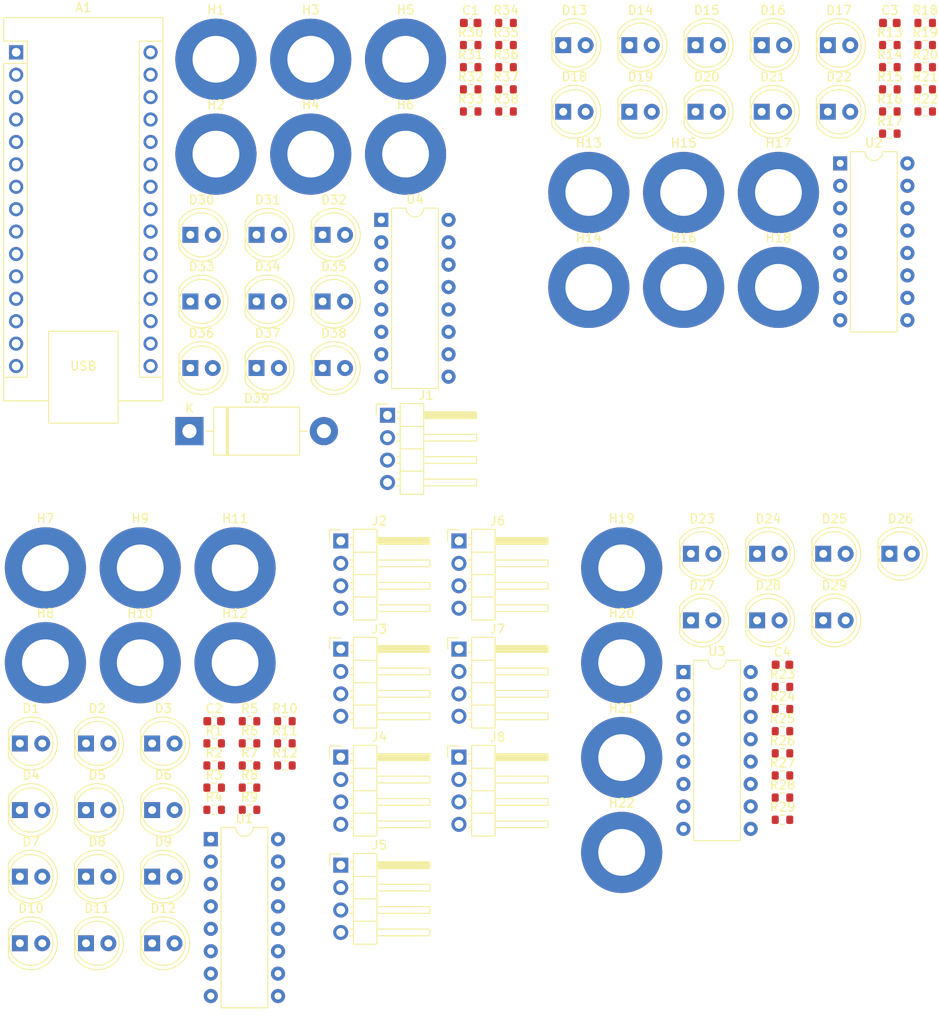
<source format=kicad_pcb>
(kicad_pcb (version 20240108) (generator "pcbnew") (generator_version "8.0")
  (layers (0 "F.Cu" signal) (31 "B.Cu" signal) (34 "B.Paste" user) (35 "F.Paste" user) (36 "B.SilkS" user "B.Silkscreen") (37 "F.SilkS" user "F.Silkscreen") (38 "B.Mask" user) (39 "F.Mask" user) (44 "Edge.Cuts" user))
  (net 0 "")
  (net 10 "/Arduino_Power_A_letter/CLK")
  (net 12 "GND")
  (net 17 "+5V")
  (net 21 "/Arduino_Power_A_letter/DATA")
  (net 30 "Net-(D1-A)")
  (net 31 "Net-(D2-A)")
  (net 32 "Net-(D3-A)")
  (net 33 "Net-(D4-A)")
  (net 34 "Net-(D5-A)")
  (net 35 "Net-(D6-A)")
  (net 36 "Net-(D7-A)")
  (net 37 "Net-(D8-A)")
  (net 38 "Net-(D9-A)")
  (net 39 "Net-(D10-A)")
  (net 40 "Net-(D11-A)")
  (net 41 "Net-(D12-A)")
  (net 42 "Net-(D13-A)")
  (net 43 "Net-(D14-A)")
  (net 44 "Net-(D15-A)")
  (net 45 "Net-(D16-A)")
  (net 46 "Net-(D17-A)")
  (net 47 "Net-(D18-A)")
  (net 48 "Net-(D19-A)")
  (net 49 "Net-(D20-A)")
  (net 50 "Net-(D21-A)")
  (net 51 "Net-(D22-A)")
  (net 52 "Net-(D23-A)")
  (net 53 "Net-(D24-A)")
  (net 54 "Net-(D25-A)")
  (net 55 "Net-(D26-A)")
  (net 56 "Net-(D27-A)")
  (net 57 "Net-(D28-A)")
  (net 58 "Net-(D29-A)")
  (net 59 "Net-(D30-A)")
  (net 60 "Net-(D31-A)")
  (net 61 "Net-(D32-A)")
  (net 62 "Net-(D33-A)")
  (net 63 "Net-(D34-A)")
  (net 64 "Net-(D35-A)")
  (net 65 "Net-(D36-A)")
  (net 66 "Net-(D37-A)")
  (net 67 "Net-(D38-A)")
  (net 68 "/Arduino_Power_A_letter/6V_in")
  (net 69 "/Arduino_Power_A_letter/LED5")
  (net 70 "/A_letter/DATA")
  (net 71 "/A_letter/CLK")
  (net 72 "/A_letter/LED5")
  (net 73 "/R_letter/CLK")
  (net 74 "/R_letter/DATA")
  (net 75 "/R_letter/LED5")
  (net 76 "/L_letter/DATA")
  (net 77 "/L_letter/CLK")
  (net 78 "/A_letter/LED1")
  (net 79 "/A_letter/LED2")
  (net 80 "/A_letter/LED3")
  (net 81 "/A_letter/LED4")
  (net 82 "/R_letter/LED1")
  (net 83 "/R_letter/LED2")
  (net 84 "/R_letter/LED3")
  (net 85 "/R_letter/LED4")
  (net 86 "/L_letter/LED1")
  (net 87 "/L_letter/LED2")
  (net 88 "/L_letter/LED3")
  (net 89 "/L_letter/LED4")
  (net 90 "/L_letter/LED5")
  (net 91 "/Arduino_Power_A_letter/LED1")
  (net 92 "/Arduino_Power_A_letter/LED2")
  (net 93 "/Arduino_Power_A_letter/LED3")
  (net 94 "/Arduino_Power_A_letter/LED4")
  (footprint "Resistor_SMD:R_0603_1608Metric" (layer "F.Cu") (at 112.27 68.18)
    (property "Reference" "R37" (at 0 -1.43 0) (layer "F.SilkS"))
    (property "Value" "150")
    (pad "1" smd roundrect (at -0.825 0) (size 0.8 0.95) (layers "F.Cu" "F.Paste" "F.Mask") (net 69 "/Arduino_Power_A_letter/LED5"))
    (pad "2" smd roundrect (at 0.825 0) (size 0.8 0.95) (layers "F.Cu" "F.Paste" "F.Mask") (net 66 "Net-(D37-A)"))
  )
  (footprint "MountingHole:MountingHole_5.3mm_M5_DIN965_Pad" (layer "F.Cu") (at 125.38 122.42)
    (property "Reference" "H19" (at 0 -5.6 0) (layer "F.SilkS"))
    (property "Value" "MountingHole")
    (pad "1" thru_hole circle (at 0 0) (size 9.2 9.2) (drill 5.3) (layers "*.Cu" "*.Mask"))
  )
  (footprint "Resistor_SMD:R_0603_1608Metric" (layer "F.Cu") (at 108.26 63.16)
    (property "Reference" "R30" (at 0 -1.43 0) (layer "F.SilkS"))
    (property "Value" "150")
    (pad "1" smd roundrect (at -0.825 0) (size 0.8 0.95) (layers "F.Cu" "F.Paste" "F.Mask") (net 91 "/Arduino_Power_A_letter/LED1"))
    (pad "2" smd roundrect (at 0.825 0) (size 0.8 0.95) (layers "F.Cu" "F.Paste" "F.Mask") (net 59 "Net-(D30-A)"))
  )
  (footprint "MountingHole:MountingHole_5.3mm_M5_DIN965_Pad" (layer "F.Cu") (at 81.55 133.17)
    (property "Reference" "H12" (at 0 -5.6 0) (layer "F.SilkS"))
    (property "Value" "MountingHole")
    (pad "1" thru_hole circle (at 0 0) (size 9.2 9.2) (drill 5.3) (layers "*.Cu" "*.Mask"))
  )
  (footprint "Connector_PinHeader_2.54mm:PinHeader_1x04_P2.54mm_Horizontal" (layer "F.Cu") (at 93.53 119.37)
    (property "Reference" "J2" (at 4.385 -2.27 0) (layer "F.SilkS"))
    (property "Value" "Conn_01x04")
    (pad "1" thru_hole rect (at 0 0) (size 1.7 1.7) (drill 1) (layers "*.Cu" "*.Mask") (net 69 "/Arduino_Power_A_letter/LED5"))
    (pad "2" thru_hole oval (at 0 2.54) (size 1.7 1.7) (drill 1) (layers "*.Cu" "*.Mask") (net 10 "/Arduino_Power_A_letter/CLK"))
    (pad "3" thru_hole oval (at 0 5.08) (size 1.7 1.7) (drill 1) (layers "*.Cu" "*.Mask") (net 17 "+5V"))
    (pad "4" thru_hole oval (at 0 7.62) (size 1.7 1.7) (drill 1) (layers "*.Cu" "*.Mask") (net 12 "GND"))
  )
  (footprint "Diode_THT:D_DO-201AD_P15.24mm_Horizontal" (layer "F.Cu") (at 76.38 106.92)
    (property "Reference" "D39" (at 7.62 -3.72 0) (layer "F.SilkS"))
    (property "Value" "D")
    (fp_text user "K" (at 0 -2.6 0) (layer "F.SilkS"))
    (pad "1" thru_hole rect (at 0 0) (size 3.2 3.2) (drill 1.6) (layers "*.Cu" "*.Mask") (net 17 "+5V"))
    (pad "2" thru_hole oval (at 15.24 0) (size 3.2 3.2) (drill 1.6) (layers "*.Cu" "*.Mask") (net 68 "/Arduino_Power_A_letter/6V_in"))
  )
  (footprint "Resistor_SMD:R_0603_1608Metric" (layer "F.Cu") (at 159.79 70.69)
    (property "Reference" "R22" (at 0 -1.43 0) (layer "F.SilkS"))
    (property "Value" "150")
    (pad "1" smd roundrect (at -0.825 0) (size 0.8 0.95) (layers "F.Cu" "F.Paste" "F.Mask") (net 75 "/R_letter/LED5"))
    (pad "2" smd roundrect (at 0.825 0) (size 0.8 0.95) (layers "F.Cu" "F.Paste" "F.Mask") (net 51 "Net-(D22-A)"))
  )
  (footprint "Resistor_SMD:R_0603_1608Metric" (layer "F.Cu") (at 159.79 68.18)
    (property "Reference" "R21" (at 0 -1.43 0) (layer "F.SilkS"))
    (property "Value" "150")
    (pad "1" smd roundrect (at -0.825 0) (size 0.8 0.95) (layers "F.Cu" "F.Paste" "F.Mask") (net 75 "/R_letter/LED5"))
    (pad "2" smd roundrect (at 0.825 0) (size 0.8 0.95) (layers "F.Cu" "F.Paste" "F.Mask") (net 50 "Net-(D21-A)"))
  )
  (footprint "Resistor_SMD:R_0603_1608Metric" (layer "F.Cu") (at 112.27 60.65)
    (property "Reference" "R34" (at 0 -1.43 0) (layer "F.SilkS"))
    (property "Value" "150")
    (pad "1" smd roundrect (at -0.825 0) (size 0.8 0.95) (layers "F.Cu" "F.Paste" "F.Mask") (net 93 "/Arduino_Power_A_letter/LED3"))
    (pad "2" smd roundrect (at 0.825 0) (size 0.8 0.95) (layers "F.Cu" "F.Paste" "F.Mask") (net 63 "Net-(D34-A)"))
  )
  (footprint "Resistor_SMD:R_0603_1608Metric" (layer "F.Cu") (at 108.26 65.67)
    (property "Reference" "R31" (at 0 -1.43 0) (layer "F.SilkS"))
    (property "Value" "150")
    (pad "1" smd roundrect (at -0.825 0) (size 0.8 0.95) (layers "F.Cu" "F.Paste" "F.Mask") (net 91 "/Arduino_Power_A_letter/LED1"))
    (pad "2" smd roundrect (at 0.825 0) (size 0.8 0.95) (layers "F.Cu" "F.Paste" "F.Mask") (net 60 "Net-(D31-A)"))
  )
  (footprint "LED_THT:LED_D5.0mm" (layer "F.Cu") (at 76.48 84.67)
    (property "Reference" "D30" (at 1.27 -3.96 0) (layer "F.SilkS"))
    (property "Value" "LED")
    (pad "1" thru_hole rect (at 0 0) (size 1.8 1.8) (drill 0.9) (layers "*.Cu" "*.Mask") (net 12 "GND"))
    (pad "2" thru_hole circle (at 2.54 0) (size 1.8 1.8) (drill 0.9) (layers "*.Cu" "*.Mask") (net 59 "Net-(D30-A)"))
  )
  (footprint "Package_DIP:DIP-16_W7.62mm" (layer "F.Cu") (at 150.15 76.57)
    (property "Reference" "U2" (at 3.81 -2.33 0) (layer "F.SilkS"))
    (property "Value" "74LS174")
    (pad "1" thru_hole rect (at 0 0) (size 1.6 1.6) (drill 0.8) (layers "*.Cu" "*.Mask") (net 17 "+5V"))
    (pad "2" thru_hole oval (at 0 2.54) (size 1.6 1.6) (drill 0.8) (layers "*.Cu" "*.Mask") (net 82 "/R_letter/LED1"))
    (pad "3" thru_hole oval (at 0 5.08) (size 1.6 1.6) (drill 0.8) (layers "*.Cu" "*.Mask") (net 74 "/R_letter/DATA"))
    (pad "4" thru_hole oval (at 0 7.62) (size 1.6 1.6) (drill 0.8) (layers "*.Cu" "*.Mask") (net 82 "/R_letter/LED1"))
    (pad "5" thru_hole oval (at 0 10.16) (size 1.6 1.6) (drill 0.8) (layers "*.Cu" "*.Mask") (net 83 "/R_letter/LED2"))
    (pad "6" thru_hole oval (at 0 12.7) (size 1.6 1.6) (drill 0.8) (layers "*.Cu" "*.Mask") (net 83 "/R_letter/LED2"))
    (pad "7" thru_hole oval (at 0 15.24) (size 1.6 1.6) (drill 0.8) (layers "*.Cu" "*.Mask") (net 84 "/R_letter/LED3"))
    (pad "8" thru_hole oval (at 0 17.78) (size 1.6 1.6) (drill 0.8) (layers "*.Cu" "*.Mask") (net 12 "GND"))
    (pad "9" thru_hole oval (at 7.62 17.78) (size 1.6 1.6) (drill 0.8) (layers "*.Cu" "*.Mask") (net 73 "/R_letter/CLK"))
    (pad "10" thru_hole oval (at 7.62 15.24) (size 1.6 1.6) (drill 0.8) (layers "*.Cu" "*.Mask") (net 85 "/R_letter/LED4"))
    (pad "11" thru_hole oval (at 7.62 12.7) (size 1.6 1.6) (drill 0.8) (layers "*.Cu" "*.Mask") (net 84 "/R_letter/LED3"))
    (pad "12" thru_hole oval (at 7.62 10.16) (size 1.6 1.6) (drill 0.8) (layers "*.Cu" "*.Mask") (net 75 "/R_letter/LED5"))
    (pad "13" thru_hole oval (at 7.62 7.62) (size 1.6 1.6) (drill 0.8) (layers "*.Cu" "*.Mask") (net 85 "/R_letter/LED4"))
    (pad "14" thru_hole oval (at 7.62 5.08) (size 1.6 1.6) (drill 0.8) (layers "*.Cu" "*.Mask"))
    (pad "15" thru_hole oval (at 7.62 2.54) (size 1.6 1.6) (drill 0.8) (layers "*.Cu" "*.Mask"))
    (pad "16" thru_hole oval (at 7.62 0) (size 1.6 1.6) (drill 0.8) (layers "*.Cu" "*.Mask") (net 17 "+5V"))
  )
  (footprint "Connector_PinHeader_2.54mm:PinHeader_1x04_P2.54mm_Horizontal" (layer "F.Cu") (at 98.83 105.12)
    (property "Reference" "J1" (at 4.385 -2.27 0) (layer "F.SilkS"))
    (property "Value" "Conn_01x04")
    (pad "1" thru_hole rect (at 0 0) (size 1.7 1.7) (drill 1) (layers "*.Cu" "*.Mask"))
    (pad "2" thru_hole oval (at 0 2.54) (size 1.7 1.7) (drill 1) (layers "*.Cu" "*.Mask"))
    (pad "3" thru_hole oval (at 0 5.08) (size 1.7 1.7) (drill 1) (layers "*.Cu" "*.Mask"))
    (pad "4" thru_hole oval (at 0 7.62) (size 1.7 1.7) (drill 1) (layers "*.Cu" "*.Mask"))
  )
  (footprint "Module:Arduino_Nano" (layer "F.Cu") (at 56.73 63.98)
    (property "Reference" "A1" (at 7.62 -5.08 0) (layer "F.SilkS"))
    (property "Value" "Arduino_Nano_v3.x")
    (fp_text user "USB" (at 7.62 35.56 0) (layer "F.SilkS"))
    (pad "1" thru_hole rect (at 0 0) (size 1.6 1.6) (drill 1) (layers "*.Cu" "*.Mask"))
    (pad "2" thru_hole oval (at 0 2.54) (size 1.6 1.6) (drill 1) (layers "*.Cu" "*.Mask"))
    (pad "3" thru_hole oval (at 0 5.08) (size 1.6 1.6) (drill 1) (layers "*.Cu" "*.Mask"))
    (pad "4" thru_hole oval (at 0 7.62) (size 1.6 1.6) (drill 1) (layers "*.Cu" "*.Mask") (net 12 "GND"))
    (pad "5" thru_hole oval (at 0 10.16) (size 1.6 1.6) (drill 1) (layers "*.Cu" "*.Mask") (net 21 "/Arduino_Power_A_letter/DATA"))
    (pad "6" thru_hole oval (at 0 12.7) (size 1.6 1.6) (drill 1) (layers "*.Cu" "*.Mask") (net 10 "/Arduino_Power_A_letter/CLK"))
    (pad "7" thru_hole oval (at 0 15.24) (size 1.6 1.6) (drill 1) (layers "*.Cu" "*.Mask"))
    (pad "8" thru_hole oval (at 0 17.78) (size 1.6 1.6) (drill 1) (layers "*.Cu" "*.Mask"))
    (pad "9" thru_hole oval (at 0 20.32) (size 1.6 1.6) (drill 1) (layers "*.Cu" "*.Mask"))
    (pad "10" thru_hole oval (at 0 22.86) (size 1.6 1.6) (drill 1) (layers "*.Cu" "*.Mask"))
    (pad "11" thru_hole oval (at 0 25.4) (size 1.6 1.6) (drill 1) (layers "*.Cu" "*.Mask"))
    (pad "12" thru_hole oval (at 0 27.94) (size 1.6 1.6) (drill 1) (layers "*.Cu" "*.Mask"))
    (pad "13" thru_hole oval (at 0 30.48) (size 1.6 1.6) (drill 1) (layers "*.Cu" "*.Mask"))
    (pad "14" thru_hole oval (at 0 33.02) (size 1.6 1.6) (drill 1) (layers "*.Cu" "*.Mask"))
    (pad "15" thru_hole oval (at 0 35.56) (size 1.6 1.6) (drill 1) (layers "*.Cu" "*.Mask"))
    (pad "16" thru_hole oval (at 15.24 35.56) (size 1.6 1.6) (drill 1) (layers "*.Cu" "*.Mask"))
    (pad "17" thru_hole oval (at 15.24 33.02) (size 1.6 1.6) (drill 1) (layers "*.Cu" "*.Mask"))
    (pad "18" thru_hole oval (at 15.24 30.48) (size 1.6 1.6) (drill 1) (layers "*.Cu" "*.Mask"))
    (pad "19" thru_hole oval (at 15.24 27.94) (size 1.6 1.6) (drill 1) (layers "*.Cu" "*.Mask"))
    (pad "20" thru_hole oval (at 15.24 25.4) (size 1.6 1.6) (drill 1) (layers "*.Cu" "*.Mask"))
    (pad "21" thru_hole oval (at 15.24 22.86) (size 1.6 1.6) (drill 1) (layers "*.Cu" "*.Mask"))
    (pad "22" thru_hole oval (at 15.24 20.32) (size 1.6 1.6) (drill 1) (layers "*.Cu" "*.Mask"))
    (pad "23" thru_hole oval (at 15.24 17.78) (size 1.6 1.6) (drill 1) (layers "*.Cu" "*.Mask"))
    (pad "24" thru_hole oval (at 15.24 15.24) (size 1.6 1.6) (drill 1) (layers "*.Cu" "*.Mask"))
    (pad "25" thru_hole oval (at 15.24 12.7) (size 1.6 1.6) (drill 1) (layers "*.Cu" "*.Mask"))
    (pad "26" thru_hole oval (at 15.24 10.16) (size 1.6 1.6) (drill 1) (layers "*.Cu" "*.Mask"))
    (pad "27" thru_hole oval (at 15.24 7.62) (size 1.6 1.6) (drill 1) (layers "*.Cu" "*.Mask") (net 17 "+5V"))
    (pad "28" thru_hole oval (at 15.24 5.08) (size 1.6 1.6) (drill 1) (layers "*.Cu" "*.Mask"))
    (pad "29" thru_hole oval (at 15.24 2.54) (size 1.6 1.6) (drill 1) (layers "*.Cu" "*.Mask") (net 12 "GND"))
    (pad "30" thru_hole oval (at 15.24 0) (size 1.6 1.6) (drill 1) (layers "*.Cu" "*.Mask"))
  )
  (footprint "Resistor_SMD:R_0603_1608Metric" (layer "F.Cu") (at 155.78 68.18)
    (property "Reference" "R15" (at 0 -1.43 0) (layer "F.SilkS"))
    (property "Value" "150")
    (pad "1" smd roundrect (at -0.825 0) (size 0.8 0.95) (layers "F.Cu" "F.Paste" "F.Mask") (net 83 "/R_letter/LED2"))
    (pad "2" smd roundrect (at 0.825 0) (size 0.8 0.95) (layers "F.Cu" "F.Paste" "F.Mask") (net 44 "Net-(D15-A)"))
  )
  (footprint "Resistor_SMD:R_0603_1608Metric" (layer "F.Cu") (at 83.19 139.8)
    (property "Reference" "R5" (at 0 -1.43 0) (layer "F.SilkS"))
    (property "Value" "150")
    (pad "1" smd roundrect (at -0.825 0) (size 0.8 0.95) (layers "F.Cu" "F.Paste" "F.Mask") (net 79 "/A_letter/LED2"))
    (pad "2" smd roundrect (at 0.825 0) (size 0.8 0.95) (layers "F.Cu" "F.Paste" "F.Mask") (net 34 "Net-(D5-A)"))
  )
  (footprint "LED_THT:LED_D5.0mm" (layer "F.Cu") (at 76.48 99.77)
    (property "Reference" "D36" (at 1.27 -3.96 0) (layer "F.SilkS"))
    (property "Value" "LED")
    (pad "1" thru_hole rect (at 0 0) (size 1.8 1.8) (drill 0.9) (layers "*.Cu" "*.Mask") (net 12 "GND"))
    (pad "2" thru_hole circle (at 2.54 0) (size 1.8 1.8) (drill 0.9) (layers "*.Cu" "*.Mask") (net 65 "Net-(D36-A)"))
  )
  (footprint "LED_THT:LED_D5.0mm" (layer "F.Cu") (at 57.15 164.97)
    (property "Reference" "D10" (at 1.27 -3.96 0) (layer "F.SilkS"))
    (property "Value" "LED")
    (pad "1" thru_hole rect (at 0 0) (size 1.8 1.8) (drill 0.9) (layers "*.Cu" "*.Mask") (net 12 "GND"))
    (pad "2" thru_hole circle (at 2.54 0) (size 1.8 1.8) (drill 0.9) (layers "*.Cu" "*.Mask") (net 39 "Net-(D10-A)"))
  )
  (footprint "Resistor_SMD:R_0603_1608Metric" (layer "F.Cu") (at 155.78 65.67)
    (property "Reference" "R14" (at 0 -1.43 0) (layer "F.SilkS"))
    (property "Value" "150")
    (pad "1" smd roundrect (at -0.825 0) (size 0.8 0.95) (layers "F.Cu" "F.Paste" "F.Mask") (net 82 "/R_letter/LED1"))
    (pad "2" smd roundrect (at 0.825 0) (size 0.8 0.95) (layers "F.Cu" "F.Paste" "F.Mask") (net 43 "Net-(D14-A)"))
  )
  (footprint "LED_THT:LED_D5.0mm" (layer "F.Cu") (at 148.75 63.17)
    (property "Reference" "D17" (at 1.27 -3.96 0) (layer "F.SilkS"))
    (property "Value" "LED")
    (pad "1" thru_hole rect (at 0 0) (size 1.8 1.8) (drill 0.9) (layers "*.Cu" "*.Mask") (net 12 "GND"))
    (pad "2" thru_hole circle (at 2.54 0) (size 1.8 1.8) (drill 0.9) (layers "*.Cu" "*.Mask") (net 46 "Net-(D17-A)"))
  )
  (footprint "LED_THT:LED_D5.0mm" (layer "F.Cu") (at 83.98 99.77)
    (property "Reference" "D37" (at 1.27 -3.96 0) (layer "F.SilkS"))
    (property "Value" "LED")
    (pad "1" thru_hole rect (at 0 0) (size 1.8 1.8) (drill 0.9) (layers "*.Cu" "*.Mask") (net 12 "GND"))
    (pad "2" thru_hole circle (at 2.54 0) (size 1.8 1.8) (drill 0.9) (layers "*.Cu" "*.Mask") (net 66 "Net-(D37-A)"))
  )
  (footprint "Capacitor_SMD:C_0603_1608Metric" (layer "F.Cu") (at 143.61 133.4)
    (property "Reference" "C4" (at 0 -1.43 0) (layer "F.SilkS"))
    (property "Value" "0.1u")
    (pad "1" smd roundrect (at -0.775 0) (size 0.9 0.95) (layers "F.Cu" "F.Paste" "F.Mask") (net 17 "+5V"))
    (pad "2" smd roundrect (at 0.775 0) (size 0.9 0.95) (layers "F.Cu" "F.Paste" "F.Mask") (net 12 "GND"))
  )
  (footprint "MountingHole:MountingHole_5.3mm_M5_DIN965_Pad" (layer "F.Cu") (at 81.55 122.42)
    (property "Reference" "H11" (at 0 -5.6 0) (layer "F.SilkS"))
    (property "Value" "MountingHole")
    (pad "1" thru_hole circle (at 0 0) (size 9.2 9.2) (drill 5.3) (layers "*.Cu" "*.Mask"))
  )
  (footprint "MountingHole:MountingHole_5.3mm_M5_DIN965_Pad" (layer "F.Cu") (at 70.8 122.42)
    (property "Reference" "H9" (at 0 -5.6 0) (layer "F.SilkS"))
    (property "Value" "MountingHole")
    (pad "1" thru_hole circle (at 0 0) (size 9.2 9.2) (drill 5.3) (layers "*.Cu" "*.Mask"))
  )
  (footprint "Resistor_SMD:R_0603_1608Metric" (layer "F.Cu") (at 108.26 68.18)
    (property "Reference" "R32" (at 0 -1.43 0) (layer "F.SilkS"))
    (property "Value" "150")
    (pad "1" smd roundrect (at -0.825 0) (size 0.8 0.95) (layers "F.Cu" "F.Paste" "F.Mask") (net 92 "/Arduino_Power_A_letter/LED2"))
    (pad "2" smd roundrect (at 0.825 0) (size 0.8 0.95) (layers "F.Cu" "F.Paste" "F.Mask") (net 61 "Net-(D32-A)"))
  )
  (footprint "LED_THT:LED_D5.0mm" (layer "F.Cu") (at 83.98 92.22)
    (property "Reference" "D34" (at 1.27 -3.96 0) (layer "F.SilkS"))
    (property "Value" "LED")
    (pad "1" thru_hole rect (at 0 0) (size 1.8 1.8) (drill 0.9) (layers "*.Cu" "*.Mask") (net 12 "GND"))
    (pad "2" thru_hole circle (at 2.54 0) (size 1.8 1.8) (drill 0.9) (layers "*.Cu" "*.Mask") (net 63 "Net-(D34-A)"))
  )
  (footprint "Resistor_SMD:R_0603_1608Metric" (layer "F.Cu") (at 143.61 145.95)
    (property "Reference" "R27" (at 0 -1.43 0) (layer "F.SilkS"))
    (property "Value" "150")
    (pad "1" smd roundrect (at -0.825 0) (size 0.8 0.95) (layers "F.Cu" "F.Paste" "F.Mask") (net 90 "/L_letter/LED5"))
    (pad "2" smd roundrect (at 0.825 0) (size 0.8 0.95) (layers "F.Cu" "F.Paste" "F.Mask") (net 56 "Net-(D27-A)"))
  )
  (footprint "MountingHole:MountingHole_5.3mm_M5_DIN965_Pad" (layer "F.Cu") (at 125.38 133.17)
    (property "Reference" "H20" (at 0 -5.6 0) (layer "F.SilkS"))
    (property "Value" "MountingHole")
    (pad "1" thru_hole circle (at 0 0) (size 9.2 9.2) (drill 5.3) (layers "*.Cu" "*.Mask"))
  )
  (footprint "Resistor_SMD:R_0603_1608Metric" (layer "F.Cu") (at 83.19 142.31)
    (property "Reference" "R6" (at 0 -1.43 0) (layer "F.SilkS"))
    (property "Value" "150")
    (pad "1" smd roundrect (at -0.825 0) (size 0.8 0.95) (layers "F.Cu" "F.Paste" "F.Mask") (net 80 "/A_letter/LED3"))
    (pad "2" smd roundrect (at 0.825 0) (size 0.8 0.95) (layers "F.Cu" "F.Paste" "F.Mask") (net 35 "Net-(D6-A)"))
  )
  (footprint "Resistor_SMD:R_0603_1608Metric" (layer "F.Cu") (at 155.78 73.2)
    (property "Reference" "R17" (at 0 -1.43 0) (layer "F.SilkS"))
    (property "Value" "150")
    (pad "1" smd roundrect (at -0.825 0) (size 0.8 0.95) (layers "F.Cu" "F.Paste" "F.Mask") (net 84 "/R_letter/LED3"))
    (pad "2" smd roundrect (at 0.825 0) (size 0.8 0.95) (layers "F.Cu" "F.Paste" "F.Mask") (net 46 "Net-(D17-A)"))
  )
  (footprint "Resistor_SMD:R_0603_1608Metric" (layer "F.Cu") (at 159.79 63.16)
    (property "Reference" "R19" (at 0 -1.43 0) (layer "F.SilkS"))
    (property "Value" "150")
    (pad "1" smd roundrect (at -0.825 0) (size 0.8 0.95) (layers "F.Cu" "F.Paste" "F.Mask") (net 85 "/R_letter/LED4"))
    (pad "2" smd roundrect (at 0.825 0) (size 0.8 0.95) (layers "F.Cu" "F.Paste" "F.Mask") (net 48 "Net-(D19-A)"))
  )
  (footprint "Resistor_SMD:R_0603_1608Metric" (layer "F.Cu") (at 83.19 149.84)
    (property "Reference" "R9" (at 0 -1.43 0) (layer "F.SilkS"))
    (property "Value" "150")
    (pad "1" smd roundrect (at -0.825 0) (size 0.8 0.95) (layers "F.Cu" "F.Paste" "F.Mask") (net 81 "/A_letter/LED4"))
    (pad "2" smd roundrect (at 0.825 0) (size 0.8 0.95) (layers "F.Cu" "F.Paste" "F.Mask") (net 38 "Net-(D9-A)"))
  )
  (footprint "LED_THT:LED_D5.0mm" (layer "F.Cu") (at 148.23 120.82)
    (property "Reference" "D25" (at 1.27 -3.96 0) (layer "F.SilkS"))
    (property "Value" "LED")
    (pad "1" thru_hole rect (at 0 0) (size 1.8 1.8) (drill 0.9) (layers "*.Cu" "*.Mask") (net 12 "GND"))
    (pad "2" thru_hole circle (at 2.54 0) (size 1.8 1.8) (drill 0.9) (layers "*.Cu" "*.Mask") (net 54 "Net-(D25-A)"))
  )
  (footprint "LED_THT:LED_D5.0mm" (layer "F.Cu") (at 57.15 149.87)
    (property "Reference" "D4" (at 1.27 -3.96 0) (layer "F.SilkS"))
    (property "Value" "LED")
    (pad "1" thru_hole rect (at 0 0) (size 1.8 1.8) (drill 0.9) (layers "*.Cu" "*.Mask") (net 12 "GND"))
    (pad "2" thru_hole circle (at 2.54 0) (size 1.8 1.8) (drill 0.9) (layers "*.Cu" "*.Mask") (net 33 "Net-(D4-A)"))
  )
  (footprint "Resistor_SMD:R_0603_1608Metric" (layer "F.Cu") (at 108.26 70.69)
    (property "Reference" "R33" (at 0 -1.43 0) (layer "F.SilkS"))
    (property "Value" "150")
    (pad "1" smd roundrect (at -0.825 0) (size 0.8 0.95) (layers "F.Cu" "F.Paste" "F.Mask") (net 92 "/Arduino_Power_A_letter/LED2"))
    (pad "2" smd roundrect (at 0.825 0) (size 0.8 0.95) (layers "F.Cu" "F.Paste" "F.Mask") (net 62 "Net-(D33-A)"))
  )
  (footprint "Resistor_SMD:R_0603_1608Metric" (layer "F.Cu") (at 143.61 140.93)
    (property "Reference" "R25" (at 0 -1.43 0) (layer "F.SilkS"))
    (property "Value" "150")
    (pad "1" smd roundrect (at -0.825 0) (size 0.8 0.95) (layers "F.Cu" "F.Paste" "F.Mask") (net 88 "/L_letter/LED3"))
    (pad "2" smd roundrect (at 0.825 0) (size 0.8 0.95) (layers "F.Cu" "F.Paste" "F.Mask") (net 54 "Net-(D25-A)"))
  )
  (footprint "LED_THT:LED_D5.0mm" (layer "F.Cu") (at 76.48 92.22)
    (property "Reference" "D33" (at 1.27 -3.96 0) (layer "F.SilkS"))
    (property "Value" "LED")
    (pad "1" thru_hole rect (at 0 0) (size 1.8 1.8) (drill 0.9) (layers "*.Cu" "*.Mask") (net 12 "GND"))
    (pad "2" thru_hole circle (at 2.54 0) (size 1.8 1.8) (drill 0.9) (layers "*.Cu" "*.Mask") (net 62 "Net-(D33-A)"))
  )
  (footprint "MountingHole:MountingHole_5.3mm_M5_DIN965_Pad" (layer "F.Cu") (at 132.4 79.87)
    (property "Reference" "H15" (at 0 -5.6 0) (layer "F.SilkS"))
    (property "Value" "MountingHole")
    (pad "1" thru_hole circle (at 0 0) (size 9.2 9.2) (drill 5.3) (layers "*.Cu" "*.Mask"))
  )
  (footprint "MountingHole:MountingHole_5.3mm_M5_DIN965_Pad" (layer "F.Cu") (at 60.05 122.42)
    (property "Reference" "H7" (at 0 -5.6 0) (layer "F.SilkS"))
    (property "Value" "MountingHole")
    (pad "1" thru_hole circle (at 0 0) (size 9.2 9.2) (drill 5.3) (layers "*.Cu" "*.Mask"))
  )
  (footprint "LED_THT:LED_D5.0mm" (layer "F.Cu") (at 72.15 164.97)
    (property "Reference" "D12" (at 1.27 -3.96 0) (layer "F.SilkS"))
    (property "Value" "LED")
    (pad "1" thru_hole rect (at 0 0) (size 1.8 1.8) (drill 0.9) (layers "*.Cu" "*.Mask") (net 12 "GND"))
    (pad "2" thru_hole circle (at 2.54 0) (size 1.8 1.8) (drill 0.9) (layers "*.Cu" "*.Mask") (net 41 "Net-(D12-A)"))
  )
  (footprint "LED_THT:LED_D5.0mm" (layer "F.Cu") (at 133.75 70.72)
    (property "Reference" "D20" (at 1.27 -3.96 0) (layer "F.SilkS"))
    (property "Value" "LED")
    (pad "1" thru_hole rect (at 0 0) (size 1.8 1.8) (drill 0.9) (layers "*.Cu" "*.Mask") (net 12 "GND"))
    (pad "2" thru_hole circle (at 2.54 0) (size 1.8 1.8) (drill 0.9) (layers "*.Cu" "*.Mask") (net 49 "Net-(D20-A)"))
  )
  (footprint "MountingHole:MountingHole_5.3mm_M5_DIN965_Pad" (layer "F.Cu") (at 90.13 64.77)
    (property "Reference" "H3" (at 0 -5.6 0) (layer "F.SilkS"))
    (property "Value" "MountingHole")
    (pad "1" thru_hole circle (at 0 0) (size 9.2 9.2) (drill 5.3) (layers "*.Cu" "*.Mask"))
  )
  (footprint "MountingHole:MountingHole_5.3mm_M5_DIN965_Pad" (layer "F.Cu") (at 125.38 143.92)
    (property "Reference" "H21" (at 0 -5.6 0) (layer "F.SilkS"))
    (property "Value" "MountingHole")
    (pad "1" thru_hole circle (at 0 0) (size 9.2 9.2) (drill 5.3) (layers "*.Cu" "*.Mask"))
  )
  (footprint "MountingHole:MountingHole_5.3mm_M5_DIN965_Pad" (layer "F.Cu") (at 100.88 75.52)
    (property "Reference" "H6" (at 0 -5.6 0) (layer "F.SilkS"))
    (property "Value" "MountingHole")
    (pad "1" thru_hole circle (at 0 0) (size 9.2 9.2) (drill 5.3) (layers "*.Cu" "*.Mask"))
  )
  (footprint "LED_THT:LED_D5.0mm" (layer "F.Cu") (at 91.48 92.22)
    (property "Reference" "D35" (at 1.27 -3.96 0) (layer "F.SilkS"))
    (property "Value" "LED")
    (pad "1" thru_hole rect (at 0 0) (size 1.8 1.8) (drill 0.9) (layers "*.Cu" "*.Mask") (net 12 "GND"))
    (pad "2" thru_hole circle (at 2.54 0) (size 1.8 1.8) (drill 0.9) (layers "*.Cu" "*.Mask") (net 64 "Net-(D35-A)"))
  )
  (footprint "MountingHole:MountingHole_5.3mm_M5_DIN965_Pad" (layer "F.Cu") (at 132.4 90.62)
    (property "Reference" "H16" (at 0 -5.6 0) (layer "F.SilkS"))
    (property "Value" "MountingHole")
    (pad "1" thru_hole circle (at 0 0) (size 9.2 9.2) (drill 5.3) (layers "*.Cu" "*.Mask"))
  )
  (footprint "LED_THT:LED_D5.0mm" (layer "F.Cu") (at 141.25 70.72)
    (property "Reference" "D21" (at 1.27 -3.96 0) (layer "F.SilkS"))
    (property "Value" "LED")
    (pad "1" thru_hole rect (at 0 0) (size 1.8 1.8) (drill 0.9) (layers "*.Cu" "*.Mask") (net 12 "GND"))
    (pad "2" thru_hole circle (at 2.54 0) (size 1.8 1.8) (drill 0.9) (layers "*.Cu" "*.Mask") (net 50 "Net-(D21-A)"))
  )
  (footprint "Resistor_SMD:R_0603_1608Metric" (layer "F.Cu") (at 143.61 143.44)
    (property "Reference" "R26" (at 0 -1.43 0) (layer "F.SilkS"))
    (property "Value" "150")
    (pad "1" smd roundrect (at -0.825 0) (size 0.8 0.95) (layers "F.Cu" "F.Paste" "F.Mask") (net 89 "/L_letter/LED4"))
    (pad "2" smd roundrect (at 0.825 0) (size 0.8 0.95) (layers "F.Cu" "F.Paste" "F.Mask") (net 55 "Net-(D26-A)"))
  )
  (footprint "MountingHole:MountingHole_5.3mm_M5_DIN965_Pad" (layer "F.Cu") (at 121.65 90.62)
    (property "Reference" "H14" (at 0 -5.6 0) (layer "F.SilkS"))
    (property "Value" "MountingHole")
    (pad "1" thru_hole circle (at 0 0) (size 9.2 9.2) (drill 5.3) (layers "*.Cu" "*.Mask"))
  )
  (footprint "LED_THT:LED_D5.0mm" (layer "F.Cu") (at 133.75 63.17)
    (property "Reference" "D15" (at 1.27 -3.96 0) (layer "F.SilkS"))
    (property "Value" "LED")
    (pad "1" thru_hole rect (at 0 0) (size 1.8 1.8) (drill 0.9) (layers "*.Cu" "*.Mask") (net 12 "GND"))
    (pad "2" thru_hole circle (at 2.54 0) (size 1.8 1.8) (drill 0.9) (layers "*.Cu" "*.Mask") (net 44 "Net-(D15-A)"))
  )
  (footprint "LED_THT:LED_D5.0mm" (layer "F.Cu") (at 133.23 120.82)
    (property "Reference" "D23" (at 1.27 -3.96 0) (layer "F.SilkS"))
    (property "Value" "LED")
    (pad "1" thru_hole rect (at 0 0) (size 1.8 1.8) (drill 0.9) (layers "*.Cu" "*.Mask") (net 12 "GND"))
    (pad "2" thru_hole circle (at 2.54 0) (size 1.8 1.8) (drill 0.9) (layers "*.Cu" "*.Mask") (net 52 "Net-(D23-A)"))
  )
  (footprint "LED_THT:LED_D5.0mm" (layer "F.Cu") (at 64.65 149.87)
    (property "Reference" "D5" (at 1.27 -3.96 0) (layer "F.SilkS"))
    (property "Value" "LED")
    (pad "1" thru_hole rect (at 0 0) (size 1.8 1.8) (drill 0.9) (layers "*.Cu" "*.Mask") (net 12 "GND"))
    (pad "2" thru_hole circle (at 2.54 0) (size 1.8 1.8) (drill 0.9) (layers "*.Cu" "*.Mask") (net 34 "Net-(D5-A)"))
  )
  (footprint "LED_THT:LED_D5.0mm" (layer "F.Cu") (at 57.15 157.42)
    (property "Reference" "D7" (at 1.27 -3.96 0) (layer "F.SilkS"))
    (property "Value" "LED")
    (pad "1" thru_hole rect (at 0 0) (size 1.8 1.8) (drill 0.9) (layers "*.Cu" "*.Mask") (net 12 "GND"))
    (pad "2" thru_hole circle (at 2.54 0) (size 1.8 1.8) (drill 0.9) (layers "*.Cu" "*.Mask") (net 36 "Net-(D7-A)"))
  )
  (footprint "MountingHole:MountingHole_5.3mm_M5_DIN965_Pad" (layer "F.Cu") (at 79.38 64.77)
    (property "Reference" "H1" (at 0 -5.6 0) (layer "F.SilkS"))
    (property "Value" "MountingHole")
    (pad "1" thru_hole circle (at 0 0) (size 9.2 9.2) (drill 5.3) (layers "*.Cu" "*.Mask"))
  )
  (footprint "Package_DIP:DIP-16_W7.62mm" (layer "F.Cu") (at 132.38 134.22)
    (property "Reference" "U3" (at 3.81 -2.33 0) (layer "F.SilkS"))
    (property "Value" "74LS174")
    (pad "1" thru_hole rect (at 0 0) (size 1.6 1.6) (drill 0.8) (layers "*.Cu" "*.Mask") (net 17 "+5V"))
    (pad "2" thru_hole oval (at 0 2.54) (size 1.6 1.6) (drill 0.8) (layers "*.Cu" "*.Mask") (net 86 "/L_letter/LED1"))
    (pad "3" thru_hole oval (at 0 5.08) (size 1.6 1.6) (drill 0.8) (layers "*.Cu" "*.Mask") (net 76 "/L_letter/DATA"))
    (pad "4" thru_hole oval (at 0 7.62) (size 1.6 1.6) (drill 0.8) (layers "*.Cu" "*.Mask") (net 86 "/L_letter/LED1"))
    (pad "5" thru_hole oval (at 0 10.16) (size 1.6 1.6) (drill 0.8) (layers "*.Cu" "*.Mask") (net 87 "/L_letter/LED2"))
    (pad "6" thru_hole oval (at 0 12.7) (size 1.6 1.6) (drill 0.8) (layers "*.Cu" "*.Mask") (net 87 "/L_letter/LED2"))
    (pad "7" thru_hole oval (at 0 15.24) (size 1.6 1.6) (drill 0.8) (layers "*.Cu" "*.Mask") (net 88 "/L_letter/LED3"))
    (pad "8" thru_hole oval (at 0 17.78) (size 1.6 1.6) (drill 0.8) (layers "*.Cu" "*.Mask") (net 12 "GND"))
    (pad "9" thru_hole oval (at 7.62 17.78) (size 1.6 1.6) (drill 0.8) (layers "*.Cu" "*.Mask") (net 77 "/L_letter/CLK"))
    (pad "10" thru_hole oval (at 7.62 15.24) (size 1.6 1.6) (drill 0.8) (layers "*.Cu" "*.Mask") (net 89 "/L_letter/LED4"))
    (pad "11" thru_hole oval (at 7.62 12.7) (size 1.6 1.6) (drill 0.8) (layers "*.Cu" "*.Mask") (net 88 "/L_letter/LED3"))
    (pad "12" thru_hole oval (at 7.62 10.16) (size 1.6 1.6) (drill 0.8) (layers "*.Cu" "*.Mask") (net 90 "/L_letter/LED5"))
    (pad "13" thru_hole oval (at 7.62 7.62) (size 1.6 1.6) (drill 0.8) (layers "*.Cu" "*.Mask") (net 89 "/L_letter/LED4"))
    (pad "14" thru_hole oval (at 7.62 5.08) (size 1.6 1.6) (drill 0.8) (layers "*.Cu" "*.Mask"))
    (pad "15" thru_hole oval (at 7.62 2.54) (size 1.6 1.6) (drill 0.8) (layers "*.Cu" "*.Mask"))
    (pad "16" thru_hole oval (at 7.62 0) (size 1.6 1.6) (drill 0.8) (layers "*.Cu" "*.Mask") (net 17 "+5V"))
  )
  (footprint "MountingHole:MountingHole_5.3mm_M5_DIN965_Pad" (layer "F.Cu") (at 125.38 154.67)
    (property "Reference" "H22" (at 0 -5.6 0) (layer "F.SilkS"))
    (property "Value" "MountingHole")
    (pad "1" thru_hole circle (at 0 0) (size 9.2 9.2) (drill 5.3) (layers "*.Cu" "*.Mask"))
  )
  (footprint "Resistor_SMD:R_0603_1608Metric" (layer "F.Cu") (at 87.2 142.31)
    (property "Reference" "R11" (at 0 -1.43 0) (layer "F.SilkS"))
    (property "Value" "150")
    (pad "1" smd roundrect (at -0.825 0) (size 0.8 0.95) (layers "F.Cu" "F.Paste" "F.Mask") (net 72 "/A_letter/LED5"))
    (pad "2" smd roundrect (at 0.825 0) (size 0.8 0.95) (layers "F.Cu" "F.Paste" "F.Mask") (net 40 "Net-(D11-A)"))
  )
  (footprint "Resistor_SMD:R_0603_1608Metric" (layer "F.Cu") (at 79.18 142.31)
    (property "Reference" "R1" (at 0 -1.43 0) (layer "F.SilkS"))
    (property "Value" "150")
    (pad "1" smd roundrect (at -0.825 0) (size 0.8 0.95) (layers "F.Cu" "F.Paste" "F.Mask") (net 78 "/A_letter/LED1"))
    (pad "2" smd roundrect (at 0.825 0) (size 0.8 0.95) (layers "F.Cu" "F.Paste" "F.Mask") (net 30 "Net-(D1-A)"))
  )
  (footprint "MountingHole:MountingHole_5.3mm_M5_DIN965_Pad" (layer "F.Cu") (at 100.88 64.77)
    (property "Reference" "H5" (at 0 -5.6 0) (layer "F.SilkS"))
    (property "Value" "MountingHole")
    (pad "1" thru_hole circle (at 0 0) (size 9.2 9.2) (drill 5.3) (layers "*.Cu" "*.Mask"))
  )
  (footprint "LED_THT:LED_D5.0mm" (layer "F.Cu") (at 57.15 142.32)
    (property "Reference" "D1" (at 1.27 -3.96 0) (layer "F.SilkS"))
    (property "Value" "LED")
    (pad "1" thru_hole rect (at 0 0) (size 1.8 1.8) (drill 0.9) (layers "*.Cu" "*.Mask") (net 12 "GND"))
    (pad "2" thru_hole circle (at 2.54 0) (size 1.8 1.8) (drill 0.9) (layers "*.Cu" "*.Mask") (net 30 "Net-(D1-A)"))
  )
  (footprint "MountingHole:MountingHole_5.3mm_M5_DIN965_Pad" (layer "F.Cu") (at 70.8 133.17)
    (property "Reference" "H10" (at 0 -5.6 0) (layer "F.SilkS"))
    (property "Value" "MountingHole")
    (pad "1" thru_hole circle (at 0 0) (size 9.2 9.2) (drill 5.3) (layers "*.Cu" "*.Mask"))
  )
  (footprint "Package_DIP:DIP-16_W7.62mm" (layer "F.Cu") (at 78.8 153.17)
    (property "Reference" "U1" (at 3.81 -2.33 0) (layer "F.SilkS"))
    (property "Value" "74LS174")
    (pad "1" thru_hole rect (at 0 0) (size 1.6 1.6) (drill 0.8) (layers "*.Cu" "*.Mask") (net 17 "+5V"))
    (pad "2" thru_hole oval (at 0 2.54) (size 1.6 1.6) (drill 0.8) (layers "*.Cu" "*.Mask") (net 78 "/A_letter/LED1"))
    (pad "3" thru_hole oval (at 0 5.08) (size 1.6 1.6) (drill 0.8) (layers "*.Cu" "*.Mask") (net 70 "/A_letter/DATA"))
    (pad "4" thru_hole oval (at 0 7.62) (size 1.6 1.6) (drill 0.8) (layers "*.Cu" "*.Mask") (net 78 "/A_letter/LED1"))
    (pad "5" thru_hole oval (at 0 10.16) (size 1.6 1.6) (drill 0.8) (layers "*.Cu" "*.Mask") (net 79 "/A_letter/LED2"))
    (pad "6" thru_hole oval (at 0 12.7) (size 1.6 1.6) (drill 0.8) (layers "*.Cu" "*.Mask") (net 79 "/A_letter/LED2"))
    (pad "7" thru_hole oval (at 0 15.24) (size 1.6 1.6) (drill 0.8) (layers "*.Cu" "*.Mask") (net 80 "/A_letter/LED3"))
    (pad "8" thru_hole oval (at 0 17.78) (size 1.6 1.6) (drill 0.8) (layers "*.Cu" "*.Mask") (net 12 "GND"))
    (pad "9" thru_hole oval (at 7.62 17.78) (size 1.6 1.6) (drill 0.8) (layers "*.Cu" "*.Mask") (net 71 "/A_letter/CLK"))
    (pad "10" thru_hole oval (at 7.62 15.24) (size 1.6 1.6) (drill 0.8) (layers "*.Cu" "*.Mask") (net 81 "/A_letter/LED4"))
    (pad "11" thru_hole oval (at 7.62 12.7) (size 1.6 1.6) (drill 0.8) (layers "*.Cu" "*.Mask") (net 80 "/A_letter/LED3"))
    (pad "12" thru_hole oval (at 7.62 10.16) (size 1.6 1.6) (drill 0.8) (layers "*.Cu" "*.Mask") (net 72 "/A_letter/LED5"))
    (pad "13" thru_hole oval (at 7.62 7.62) (size 1.6 1.6) (drill 0.8) (layers "*.Cu" "*.Mask") (net 81 "/A_letter/LED4"))
    (pad "14" thru_hole oval (at 7.62 5.08) (size 1.6 1.6) (drill 0.8) (layers "*.Cu" "*.Mask"))
    (pad "15" thru_hole oval (at 7.62 2.54) (size 1.6 1.6) (drill 0.8) (layers "*.Cu" "*.Mask"))
    (pad "16" thru_hole oval (at 7.62 0) (size 1.6 1.6) (drill 0.8) (layers "*.Cu" "*.Mask") (net 17 "+5V"))
  )
  (footprint "LED_THT:LED_D5.0mm" (layer "F.Cu") (at 64.65 164.97)
    (property "Reference" "D11" (at 1.27 -3.96 0) (layer "F.SilkS"))
    (property "Value" "LED")
    (pad "1" thru_hole rect (at 0 0) (size 1.8 1.8) (drill 0.9) (layers "*.Cu" "*.Mask") (net 12 "GND"))
    (pad "2" thru_hole circle (at 2.54 0) (size 1.8 1.8) (drill 0.9) (layers "*.Cu" "*.Mask") (net 40 "Net-(D11-A)"))
  )
  (footprint "Resistor_SMD:R_0603_1608Metric" (layer "F.Cu") (at 79.18 144.82)
    (property "Reference" "R2" (at 0 -1.43 0) (layer "F.SilkS"))
    (property "Value" "150")
    (pad "1" smd roundrect (at -0.825 0) (size 0.8 0.95) (layers "F.Cu" "F.Paste" "F.Mask") (net 78 "/A_letter/LED1"))
    (pad "2" smd roundrect (at 0.825 0) (size 0.8 0.95) (layers "F.Cu" "F.Paste" "F.Mask") (net 31 "Net-(D2-A)"))
  )
  (footprint "Resistor_SMD:R_0603_1608Metric" (layer "F.Cu") (at 112.27 63.16)
    (property "Reference" "R35" (at 0 -1.43 0) (layer "F.SilkS"))
    (property "Value" "150")
    (pad "1" smd roundrect (at -0.825 0) (size 0.8 0.95) (layers "F.Cu" "F.Paste" "F.Mask") (net 94 "/Arduino_Power_A_letter/LED4"))
    (pad "2" smd roundrect (at 0.825 0) (size 0.8 0.95) (layers "F.Cu" "F.Paste" "F.Mask") (net 64 "Net-(D35-A)"))
  )
  (footprint "Resistor_SMD:R_0603_1608Metric" (layer "F.Cu") (at 87.2 139.8)
    (property "Reference" "R10" (at 0 -1.43 0) (layer "F.SilkS"))
    (property "Value" "150")
    (pad "1" smd roundrect (at -0.825 0) (size 0.8 0.95) (layers "F.Cu" "F.Paste" "F.Mask") (net 81 "/A_letter/LED4"))
    (pad "2" smd roundrect (at 0.825 0) (size 0.8 0.95) (layers "F.Cu" "F.Paste" "F.Mask") (net 39 "Net-(D10-A)"))
  )
  (footprint "MountingHole:MountingHole_5.3mm_M5_DIN965_Pad" (layer "F.Cu") (at 143.15 79.87)
    (property "Reference" "H17" (at 0 -5.6 0) (layer "F.SilkS"))
    (property "Value" "MountingHole")
    (pad "1" thru_hole circle (at 0 0) (size 9.2 9.2) (drill 5.3) (layers "*.Cu" "*.Mask"))
  )
  (footprint "Resistor_SMD:R_0603_1608Metric" (layer "F.Cu") (at 79.18 149.84)
    (property "Reference" "R4" (at 0 -1.43 0) (layer "F.SilkS"))
    (property "Value" "150")
    (pad "1" smd roundrect (at -0.825 0) (size 0.8 0.95) (layers "F.Cu" "F.Paste" "F.Mask") (net 79 "/A_letter/LED2"))
    (pad "2" smd roundrect (at 0.825 0) (size 0.8 0.95) (layers "F.Cu" "F.Paste" "F.Mask") (net 33 "Net-(D4-A)"))
  )
  (footprint "LED_THT:LED_D5.0mm" (layer "F.Cu") (at 141.25 63.17)
    (property "Reference" "D16" (at 1.27 -3.96 0) (layer "F.SilkS"))
    (property "Value" "LED")
    (pad "1" thru_hole rect (at 0 0) (size 1.8 1.8) (drill 0.9) (layers "*.Cu" "*.Mask") (net 12 "GND"))
    (pad "2" thru_hole circle (at 2.54 0) (size 1.8 1.8) (drill 0.9) (layers "*.Cu" "*.Mask") (net 45 "Net-(D16-A)"))
  )
  (footprint "Connector_PinHeader_2.54mm:PinHeader_1x04_P2.54mm_Horizontal" (layer "F.Cu") (at 93.53 156.12)
    (property "Reference" "J5" (at 4.385 -2.27 0) (layer "F.SilkS"))
    (property "Value" "Conn_01x04")
    (pad "1" thru_hole rect (at 0 0) (size 1.7 1.7) (drill 1) (layers "*.Cu" "*.Mask") (net 12 "GND"))
    (pad "2" thru_hole oval (at 0 2.54) (size 1.7 1.7) (drill 1) (layers "*.Cu" "*.Mask") (net 17 "+5V"))
    (pad "3" thru_hole oval (at 0 5.08) (size 1.7 1.7) (drill 1) (layers "*.Cu" "*.Mask") (net 73 "/R_letter/CLK"))
    (pad "4" thru_hole oval (at 0 7.62) (size 1.7 1.7) (drill 1) (layers "*.Cu" "*.Mask") (net 74 "/R_letter/DATA"))
  )
  (footprint "Resistor_SMD:R_0603_1608Metric" (layer "F.Cu") (at 143.61 148.46)
    (property "Reference" "R28" (at 0 -1.43 0) (layer "F.SilkS"))
    (property "Value" "150")
    (pad "1" smd roundrect (at -0.825 0) (size 0.8 0.95) (layers "F.Cu" "F.Paste" "F.Mask") (net 90 "/L_letter/LED5"))
    (pad "2" smd roundrect (at 0.825 0) (size 0.8 0.95) (layers "F.Cu" "F.Paste" "F.Mask") (net 57 "Net-(D28-A)"))
  )
  (footprint "LED_THT:LED_D5.0mm" (layer "F.Cu") (at 72.15 157.42)
    (property "Reference" "D9" (at 1.27 -3.96 0) (layer "F.SilkS"))
    (property "Value" "LED")
    (pad "1" thru_hole rect (at 0 0) (size 1.8 1.8) (drill 0.9) (layers "*.Cu" "*.Mask") (net 12 "GND"))
    (pad "2" thru_hole circle (at 2.54 0) (size 1.8 1.8) (drill 0.9) (layers "*.Cu" "*.Mask") (net 38 "Net-(D9-A)"))
  )
  (footprint "Capacitor_SMD:C_0603_1608Metric" (layer "F.Cu") (at 155.78 60.65)
    (property "Reference" "C3" (at 0 -1.43 0) (layer "F.SilkS"))
    (property "Value" "0.1u")
    (pad "1" smd roundrect (at -0.775 0) (size 0.9 0.95) (layers "F.Cu" "F.Paste" "F.Mask") (net 17 "+5V"))
    (pad "2" smd roundrect (at 0.775 0) (size 0.9 0.95) (layers "F.Cu" "F.Paste" "F.Mask") (net 12 "GND"))
  )
  (footprint "MountingHole:MountingHole_5.3mm_M5_DIN965_Pad" (layer "F.Cu") (at 60.05 133.17)
    (property "Reference" "H8" (at 0 -5.6 0) (layer "F.SilkS"))
    (property "Value" "MountingHole")
    (pad "1" thru_hole circle (at 0 0) (size 9.2 9.2) (drill 5.3) (layers "*.Cu" "*.Mask"))
  )
  (footprint "MountingHole:MountingHole_5.3mm_M5_DIN965_Pad" (layer "F.Cu") (at 90.13 75.52)
    (property "Reference" "H4" (at 0 -5.6 0) (layer "F.SilkS"))
    (property "Value" "MountingHole")
    (pad "1" thru_hole circle (at 0 0) (size 9.2 9.2) (drill 5.3) (layers "*.Cu" "*.Mask"))
  )
  (footprint "LED_THT:LED_D5.0mm" (layer "F.Cu") (at 126.25 63.17)
    (property "Reference" "D14" (at 1.27 -3.96 0) (layer "F.SilkS"))
    (property "Value" "LED")
    (pad "1" thru_hole rect (at 0 0) (size 1.8 1.8) (drill 0.9) (layers "*.Cu" "*.Mask") (net 12 "GND"))
    (pad "2" thru_hole circle (at 2.54 0) (size 1.8 1.8) (drill 0.9) (layers "*.Cu" "*.Mask") (net 43 "Net-(D14-A)"))
  )
  (footprint "LED_THT:LED_D5.0mm" (layer "F.Cu") (at 64.65 142.32)
    (property "Reference" "D2" (at 1.27 -3.96 0) (layer "F.SilkS"))
    (property "Value" "LED")
    (pad "1" thru_hole rect (at 0 0) (size 1.8 1.8) (drill 0.9) (layers "*.Cu" "*.Mask") (net 12 "GND"))
    (pad "2" thru_hole circle (at 2.54 0) (size 1.8 1.8) (drill 0.9) (layers "*.Cu" "*.Mask") (net 31 "Net-(D2-A)"))
  )
  (footprint "Resistor_SMD:R_0603_1608Metric" (layer "F.Cu") (at 112.27 70.69)
    (property "Reference" "R38" (at 0 -1.43 0) (layer "F.SilkS"))
    (property "Value" "150")
    (pad "1" smd roundrect (at -0.825 0) (size 0.8 0.95) (layers "F.Cu" "F.Paste" "F.Mask") (net 69 "/Arduino_Power_A_letter/LED5"))
    (pad "2" smd roundrect (at 0.825 0) (size 0.8 0.95) (layers "F.Cu" "F.Paste" "F.Mask") (net 67 "Net-(D38-A)"))
  )
  (footprint "Connector_PinHeader_2.54mm:PinHeader_1x04_P2.54mm_Horizontal" (layer "F.Cu") (at 106.93 143.87)
    (property "Reference" "J8" (at 4.385 -2.27 0) (layer "F.SilkS"))
    (property "Value" "Conn_01x02")
    (pad "1" thru_hole rect (at 0 0) (size 1.7 1.7) (drill 1) (layers "*.Cu" "*.Mask") (net 12 "GND"))
    (pad "2" thru_hole oval (at 0 2.54) (size 1.7 1.7) (drill 1) (layers "*.Cu" "*.Mask") (net 68 "/Arduino_Power_A_letter/6V_in"))
    (pad "3" thru_hole oval (at 0 5.08) (size 1.7 1.7) (drill 1) (layers "*.Cu" "*.Mask"))
    (pad "4" thru_hole oval (at 0 7.62) (size 1.7 1.7) (drill 1) (layers "*.Cu" "*.Mask"))
  )
  (footprint "LED_THT:LED_D5.0mm" (layer "F.Cu") (at 64.65 157.42)
    (property "Reference" "D8" (at 1.27 -3.96 0) (layer "F.SilkS"))
    (property "Value" "LED")
    (pad "1" thru_hole rect (at 0 0) (size 1.8 1.8) (drill 0.9) (layers "*.Cu" "*.Mask") (net 12 "GND"))
    (pad "2" thru_hole circle (at 2.54 0) (size 1.8 1.8) (drill 0.9) (layers "*.Cu" "*.Mask") (net 37 "Net-(D8-A)"))
  )
  (footprint "Connector_PinHeader_2.54mm:PinHeader_1x04_P2.54mm_Horizontal" (layer "F.Cu") (at 93.53 143.87)
    (property "Reference" "J4" (at 4.385 -2.27 0) (layer "F.SilkS"))
    (property "Value" "Conn_01x04")
    (pad "1" thru_hole rect (at 0 0) (size 1.7 1.7) (drill 1) (layers "*.Cu" "*.Mask") (net 72 "/A_letter/LED5"))
    (pad "2" thru_hole oval (at 0 2.54) (size 1.7 1.7) (drill 1) (layers "*.Cu" "*.Mask") (net 71 "/A_letter/CLK"))
    (pad "3" thru_hole oval (at 0 5.08) (size 1.7 1.7) (drill 1) (layers "*.Cu" "*.Mask") (net 17 "+5V"))
    (pad "4" thru_hole oval (at 0 7.62) (size 1.7 1.7) (drill 1) (layers "*.Cu" "*.Mask") (net 12 "GND"))
  )
  (footprint "Capacitor_SMD:C_0603_1608Metric" (layer "F.Cu") (at 108.26 60.65)
    (property "Reference" "C1" (at 0 -1.43 0) (layer "F.SilkS"))
    (property "Value" "0.1u")
    (pad "1" smd roundrect (at -0.775 0) (size 0.9 0.95) (layers "F.Cu" "F.Paste" "F.Mask") (net 17 "+5V"))
    (pad "2" smd roundrect (at 0.775 0) (size 0.9 0.95) (layers "F.Cu" "F.Paste" "F.Mask") (net 12 "GND"))
  )
  (footprint "LED_THT:LED_D5.0mm" (layer "F.Cu") (at 155.73 120.82)
    (property "Reference" "D26" (at 1.27 -3.96 0) (layer "F.SilkS"))
    (property "Value" "LED")
    (pad "1" thru_hole rect (at 0 0) (size 1.8 1.8) (drill 0.9) (layers "*.Cu" "*.Mask") (net 12 "GND"))
    (pad "2" thru_hole circle (at 2.54 0) (size 1.8 1.8) (drill 0.9) (layers "*.Cu" "*.Mask") (net 55 "Net-(D26-A)"))
  )
  (footprint "Connector_PinHeader_2.54mm:PinHeader_1x04_P2.54mm_Horizontal" (layer "F.Cu") (at 93.53 131.62)
    (property "Reference" "J3" (at 4.385 -2.27 0) (layer "F.SilkS"))
    (property "Value" "Conn_01x04")
    (pad "1" thru_hole rect (at 0 0) (size 1.7 1.7) (drill 1) (layers "*.Cu" "*.Mask") (net 12 "GND"))
    (pad "2" thru_hole oval (at 0 2.54) (size 1.7 1.7) (drill 1) (layers "*.Cu" "*.Mask") (net 17 "+5V"))
    (pad "3" thru_hole oval (at 0 5.08) (size 1.7 1.7) (drill 1) (layers "*.Cu" "*.Mask") (net 71 "/A_letter/CLK"))
    (pad "4" thru_hole oval (at 0 7.62) (size 1.7 1.7) (drill 1) (layers "*.Cu" "*.Mask") (net 70 "/A_letter/DATA"))
  )
  (footprint "Resistor_SMD:R_0603_1608Metric" (layer "F.Cu") (at 83.19 147.33)
    (property "Reference" "R8" (at 0 -1.43 0) (layer "F.SilkS"))
    (property "Value" "150")
    (pad "1" smd roundrect (at -0.825 0) (size 0.8 0.95) (layers "F.Cu" "F.Paste" "F.Mask") (net 80 "/A_letter/LED3"))
    (pad "2" smd roundrect (at 0.825 0) (size 0.8 0.95) (layers "F.Cu" "F.Paste" "F.Mask") (net 37 "Net-(D8-A)"))
  )
  (footprint "Resistor_SMD:R_0603_1608Metric" (layer "F.Cu") (at 155.78 63.16)
    (property "Reference" "R13" (at 0 -1.43 0) (layer "F.SilkS"))
    (property "Value" "150")
    (pad "1" smd roundrect (at -0.825 0) (size 0.8 0.95) (layers "F.Cu" "F.Paste" "F.Mask") (net 82 "/R_letter/LED1"))
    (pad "2" smd roundrect (at 0.825 0) (size 0.8 0.95) (layers "F.Cu" "F.Paste" "F.Mask") (net 42 "Net-(D13-A)"))
  )
  (footprint "Resistor_SMD:R_0603_1608Metric" (layer "F.Cu") (at 112.27 65.67)
    (property "Reference" "R36" (at 0 -1.43 0) (layer "F.SilkS"))
    (property "Value" "150")
    (pad "1" smd roundrect (at -0.825 0) (size 0.8 0.95) (layers "F.Cu" "F.Paste" "F.Mask") (net 94 "/Arduino_Power_A_letter/LED4"))
    (pad "2" smd roundrect (at 0.825 0) (size 0.8 0.95) (layers "F.Cu" "F.Paste" "F.Mask") (net 65 "Net-(D36-A)"))
  )
  (footprint "Resistor_SMD:R_0603_1608Metric" (layer "F.Cu") (at 143.61 138.42)
    (property "Reference" "R24" (at 0 -1.43 0) (layer "F.SilkS"))
    (property "Value" "150")
    (pad "1" smd roundrect (at -0.825 0) (size 0.8 0.95) (layers "F.Cu" "F.Paste" "F.Mask") (net 87 "/L_letter/LED2"))
    (pad "2" smd roundrect (at 0.825 0) (size 0.8 0.95) (layers "F.Cu" "F.Paste" "F.Mask") (net 53 "Net-(D24-A)"))
  )
  (footprint "Resistor_SMD:R_0603_1608Metric" (layer "F.Cu") (at 159.79 65.67)
    (property "Reference" "R20" (at 0 -1.43 0) (layer "F.SilkS"))
    (property "Value" "150")
    (pad "1" smd roundrect (at -0.825 0) (size 0.8 0.95) (layers "F.Cu" "F.Paste" "F.Mask") (net 85 "/R_letter/LED4"))
    (pad "2" smd roundrect (at 0.825 0) (size 0.8 0.95) (layers "F.Cu" "F.Paste" "F.Mask") (net 49 "Net-(D20-A)"))
  )
  (footprint "Package_DIP:DIP-16_W7.62mm" (layer "F.Cu") (at 98.13 82.97)
    (property "Reference" "U4" (at 3.81 -2.33 0) (layer "F.SilkS"))
    (property "Value" "74LS174")
    (pad "1" thru_hole rect (at 0 0) (size 1.6 1.6) (drill 0.8) (layers "*.Cu" "*.Mask") (net 17 "+5V"))
    (pad "2" thru_hole oval (at 0 2.54) (size 1.6 1.6) (drill 0.8) (layers "*.Cu" "*.Mask") (net 91 "/Arduino_Power_A_letter/LED1"))
    (pad "3" thru_hole oval (at 0 5.08) (size 1.6 1.6) (drill 0.8) (layers "*.Cu" "*.Mask") (net 21 "/Arduino_Power_A_letter/DATA"))
    (pad "4" thru_hole oval (at 0 7.62) (size 1.6 1.6) (drill 0.8) (layers "*.Cu" "*.Mask") (net 91 "/Arduino_Power_A_letter/LED1"))
    (pad "5" thru_hole oval (at 0 10.16) (size 1.6 1.6) (drill 0.8) (layers "*.Cu" "*.Mask") (net 92 "/Arduino_Power_A_letter/LED2"))
    (pad "6" thru_hole oval (at 0 12.7) (size 1.6 1.6) (drill 0.8) (layers "*.Cu" "*.Mask") (net 92 "/Arduino_Power_A_letter/LED2"))
    (pad "7" thru_hole oval (at 0 15.24) (size 1.6 1.6) (drill 0.8) (layers "*.Cu" "*.Mask") (net 93 "/Arduino_Power_A_letter/LED3"))
    (pad "8" thru_hole oval (at 0 17.78) (size 1.6 1.6) (drill 0.8) (layers "*.Cu" "*.Mask") (net 12 "GND"))
    (pad "9" thru_hole oval (at 7.62 17.78) (size 1.6 1.6) (drill 0.8) (layers "*.Cu" "*.Mask") (net 10 "/Arduino_Power_A_letter/CLK"))
    (pad "10" thru_hole oval (at 7.62 15.24) (size 1.6 1.6) (drill 0.8) (layers "*.Cu" "*.Mask") (net 94 "/Arduino_Power_A_letter/LED4"))
    (pad "11" thru_hole oval (at 7.62 12.7) (size 1.6 1.6) (drill 0.8) (layers "*.Cu" "*.Mask") (net 93 "/Arduino_Power_A_letter/LED3"))
    (pad "12" thru_hole oval (at 7.62 10.16) (size 1.6 1.6) (drill 0.8) (layers "*.Cu" "*.Mask") (net 69 "/Arduino_Power_A_letter/LED5"))
    (pad "13" thru_hole oval (at 7.62 7.62) (size 1.6 1.6) (drill 0.8) (layers "*.Cu" "*.Mask") (net 94 "/Arduino_Power_A_letter/LED4"))
    (pad "14" thru_hole oval (at 7.62 5.08) (size 1.6 1.6) (drill 0.8) (layers "*.Cu" "*.Mask"))
    (pad "15" thru_hole oval (at 7.62 2.54) (size 1.6 1.6) (drill 0.8) (layers "*.Cu" "*.Mask"))
    (pad "16" thru_hole oval (at 7.62 0) (size 1.6 1.6) (drill 0.8) (layers "*.Cu" "*.Mask") (net 17 "+5V"))
  )
  (footprint "MountingHole:MountingHole_5.3mm_M5_DIN965_Pad" (layer "F.Cu") (at 79.38 75.52)
    (property "Reference" "H2" (at 0 -5.6 0) (layer "F.SilkS"))
    (property "Value" "MountingHole")
    (pad "1" thru_hole circle (at 0 0) (size 9.2 9.2) (drill 5.3) (layers "*.Cu" "*.Mask"))
  )
  (footprint "Resistor_SMD:R_0603_1608Metric" (layer "F.Cu") (at 155.78 70.69)
    (property "Reference" "R16" (at 0 -1.43 0) (layer "F.SilkS"))
    (property "Value" "150")
    (pad "1" smd roundrect (at -0.825 0) (size 0.8 0.95) (layers "F.Cu" "F.Paste" "F.Mask") (net 83 "/R_letter/LED2"))
    (pad "2" smd roundrect (at 0.825 0) (size 0.8 0.95) (layers "F.Cu" "F.Paste" "F.Mask") (net 45 "Net-(D16-A)"))
  )
  (footprint "LED_THT:LED_D5.0mm" (layer "F.Cu") (at 72.15 149.87)
    (property "Reference" "D6" (at 1.27 -3.96 0) (layer "F.SilkS"))
    (property "Value" "LED")
    (pad "1" thru_hole rect (at 0 0) (size 1.8 1.8) (drill 0.9) (layers "*.Cu" "*.Mask") (net 12 "GND"))
    (pad "2" thru_hole circle (at 2.54 0) (size 1.8 1.8) (drill 0.9) (layers "*.Cu" "*.Mask") (net 35 "Net-(D6-A)"))
  )
  (footprint "Resistor_SMD:R_0603_1608Metric" (layer "F.Cu") (at 87.2 144.82)
    (property "Reference" "R12" (at 0 -1.43 0) (layer "F.SilkS"))
    (property "Value" "150")
    (pad "1" smd roundrect (at -0.825 0) (size 0.8 0.95) (layers "F.Cu" "F.Paste" "F.Mask") (net 72 "/A_letter/LED5"))
    (pad "2" smd roundrect (at 0.825 0) (size 0.8 0.95) (layers "F.Cu" "F.Paste" "F.Mask") (net 41 "Net-(D12-A)"))
  )
  (footprint "LED_THT:LED_D5.0mm" (layer "F.Cu") (at 118.75 63.17)
    (property "Reference" "D13" (at 1.27 -3.96 0) (layer "F.SilkS"))
    (property "Value" "LED")
    (pad "1" thru_hole rect (at 0 0) (size 1.8 1.8) (drill 0.9) (layers "*.Cu" "*.Mask") (net 12 "GND"))
    (pad "2" thru_hole circle (at 2.54 0) (size 1.8 1.8) (drill 0.9) (layers "*.Cu" "*.Mask") (net 42 "Net-(D13-A)"))
  )
  (footprint "LED_THT:LED_D5.0mm" (layer "F.Cu") (at 133.23 128.37)
    (property "Reference" "D27" (at 1.27 -3.96 0) (layer "F.SilkS"))
    (property "Value" "LED")
    (pad "1" thru_hole rect (at 0 0) (size 1.8 1.8) (drill 0.9) (layers "*.Cu" "*.Mask") (net 12 "GND"))
    (pad "2" thru_hole circle (at 2.54 0) (size 1.8 1.8) (drill 0.9) (layers "*.Cu" "*.Mask") (net 56 "Net-(D27-A)"))
  )
  (footprint "LED_THT:LED_D5.0mm" (layer "F.Cu") (at 83.98 84.67)
    (property "Reference" "D31" (at 1.27 -3.96 0) (layer "F.SilkS"))
    (property "Value" "LED")
    (pad "1" thru_hole rect (at 0 0) (size 1.8 1.8) (drill 0.9) (layers "*.Cu" "*.Mask") (net 12 "GND"))
    (pad "2" thru_hole circle (at 2.54 0) (size 1.8 1.8) (drill 0.9) (layers "*.Cu" "*.Mask") (net 60 "Net-(D31-A)"))
  )
  (footprint "LED_THT:LED_D5.0mm" (layer "F.Cu") (at 148.23 128.37)
    (property "Reference" "D29" (at 1.27 -3.96 0) (layer "F.SilkS"))
    (property "Value" "LED")
    (pad "1" thru_hole rect (at 0 0) (size 1.8 1.8) (drill 0.9) (layers "*.Cu" "*.Mask") (net 12 "GND"))
    (pad "2" thru_hole circle (at 2.54 0) (size 1.8 1.8) (drill 0.9) (layers "*.Cu" "*.Mask") (net 58 "Net-(D29-A)"))
  )
  (footprint "Resistor_SMD:R_0603_1608Metric" (layer "F.Cu") (at 143.61 150.97)
    (property "Reference" "R29" (at 0 -1.43 0) (layer "F.SilkS"))
    (property "Value" "150")
    (pad "1" smd roundrect (at -0.825 0) (size 0.8 0.95) (layers "F.Cu" "F.Paste" "F.Mask") (net 90 "/L_letter/LED5"))
    (pad "2" smd roundrect (at 0.825 0) (size 0.8 0.95) (layers "F.Cu" "F.Paste" "F.Mask") (net 58 "Net-(D29-A)"))
  )
  (footprint "LED_THT:LED_D5.0mm" (layer "F.Cu") (at 91.48 84.67)
    (property "Reference" "D32" (at 1.27 -3.96 0) (layer "F.SilkS"))
    (property "Value" "LED")
    (pad "1" thru_hole rect (at 0 0) (size 1.8 1.8) (drill 0.9) (layers "*.Cu" "*.Mask") (net 12 "GND"))
    (pad "2" thru_hole circle (at 2.54 0) (size 1.8 1.8) (drill 0.9) (layers "*.Cu" "*.Mask") (net 61 "Net-(D32-A)"))
  )
  (footprint "MountingHole:MountingHole_5.3mm_M5_DIN965_Pad" (layer "F.Cu") (at 121.65 79.87)
    (property "Reference" "H13" (at 0 -5.6 0) (layer "F.SilkS"))
    (property "Value" "MountingHole")
    (pad "1" thru_hole circle (at 0 0) (size 9.2 9.2) (drill 5.3) (layers "*.Cu" "*.Mask"))
  )
  (footprint "LED_THT:LED_D5.0mm" (layer "F.Cu") (at 140.73 128.37)
    (property "Reference" "D28" (at 1.27 -3.96 0) (layer "F.SilkS"))
    (property "Value" "LED")
    (pad "1" thru_hole rect (at 0 0) (size 1.8 1.8) (drill 0.9) (layers "*.Cu" "*.Mask") (net 12 "GND"))
    (pad "2" thru_hole circle (at 2.54 0) (size 1.8 1.8) (drill 0.9) (layers "*.Cu" "*.Mask") (net 57 "Net-(D28-A)"))
  )
  (footprint "LED_THT:LED_D5.0mm" (layer "F.Cu") (at 148.75 70.72)
    (property "Reference" "D22" (at 1.27 -3.96 0) (layer "F.SilkS"))
    (property "Value" "LED")
    (pad "1" thru_hole rect (at 0 0) (size 1.8 1.8) (drill 0.9) (layers "*.Cu" "*.Mask") (net 12 "GND"))
    (pad "2" thru_hole circle (at 2.54 0) (size 1.8 1.8) (drill 0.9) (layers "*.Cu" "*.Mask") (net 51 "Net-(D22-A)"))
  )
  (footprint "Connector_PinHeader_2.54mm:PinHeader_1x04_P2.54mm_Horizontal" (layer "F.Cu") (at 106.93 131.62)
    (property "Reference" "J7" (at 4.385 -2.27 0) (layer "F.SilkS"))
    (property "Value" "Conn_01x04")
    (pad "1" thru_hole rect (at 0 0) (size 1.7 1.7) (drill 1) (layers "*.Cu" "*.Mask") (net 12 "GND"))
    (pad "2" thru_hole oval (at 0 2.54) (size 1.7 1.7) (drill 1) (layers "*.Cu" "*.Mask") (net 17 "+5V"))
    (pad "3" thru_hole oval (at 0 5.08) (size 1.7 1.7) (drill 1) (layers "*.Cu" "*.Mask") (net 77 "/L_letter/CLK"))
    (pad "4" thru_hole oval (at 0 7.62) (size 1.7 1.7) (drill 1) (layers "*.Cu" "*.Mask") (net 76 "/L_letter/DATA"))
  )
  (footprint "LED_THT:LED_D5.0mm" (layer "F.Cu") (at 140.73 120.82)
    (property "Reference" "D24" (at 1.27 -3.96 0) (layer "F.SilkS"))
    (property "Value" "LED")
    (pad "1" thru_hole rect (at 0 0) (size 1.8 1.8) (drill 0.9) (layers "*.Cu" "*.Mask") (net 12 "GND"))
    (pad "2" thru_hole circle (at 2.54 0) (size 1.8 1.8) (drill 0.9) (layers "*.Cu" "*.Mask") (net 53 "Net-(D24-A)"))
  )
  (footprint "Resistor_SMD:R_0603_1608Metric" (layer "F.Cu") (at 159.79 60.65)
    (property "Reference" "R18" (at 0 -1.43 0) (layer "F.SilkS"))
    (property "Value" "150")
    (pad "1" smd roundrect (at -0.825 0) (size 0.8 0.95) (layers "F.Cu" "F.Paste" "F.Mask") (net 84 "/R_letter/LED3"))
    (pad "2" smd roundrect (at 0.825 0) (size 0.8 0.95) (layers "F.Cu" "F.Paste" "F.Mask") (net 47 "Net-(D18-A)"))
  )
  (footprint "Capacitor_SMD:C_0603_1608Metric" (layer "F.Cu") (at 79.18 139.8)
    (property "Reference" "C2" (at 0 -1.43 0) (layer "F.SilkS"))
    (property "Value" "0.1u")
    (pad "1" smd roundrect (at -0.775 0) (size 0.9 0.95) (layers "F.Cu" "F.Paste" "F.Mask") (net 17 "+5V"))
    (pad "2" smd roundrect (at 0.775 0) (size 0.9 0.95) (layers "F.Cu" "F.Paste" "F.Mask") (net 12 "GND"))
  )
  (footprint "MountingHole:MountingHole_5.3mm_M5_DIN965_Pad" (layer "F.Cu") (at 143.15 90.62)
    (property "Reference" "H18" (at 0 -5.6 0) (layer "F.SilkS"))
    (property "Value" "MountingHole")
    (pad "1" thru_hole circle (at 0 0) (size 9.2 9.2) (drill 5.3) (layers "*.Cu" "*.Mask"))
  )
  (footprint "Connector_PinHeader_2.54mm:PinHeader_1x04_P2.54mm_Horizontal" (layer "F.Cu") (at 106.93 119.37)
    (property "Reference" "J6" (at 4.385 -2.27 0) (layer "F.SilkS"))
    (property "Value" "Conn_01x04")
    (pad "1" thru_hole rect (at 0 0) (size 1.7 1.7) (drill 1) (layers "*.Cu" "*.Mask") (net 75 "/R_letter/LED5"))
    (pad "2" thru_hole oval (at 0 2.54) (size 1.7 1.7) (drill 1) (layers "*.Cu" "*.Mask") (net 73 "/R_letter/CLK"))
    (pad "3" thru_hole oval (at 0 5.08) (size 1.7 1.7) (drill 1) (layers "*.Cu" "*.Mask") (net 17 "+5V"))
    (pad "4" thru_hole oval (at 0 7.62) (size 1.7 1.7) (drill 1) (layers "*.Cu" "*.Mask") (net 12 "GND"))
  )
  (footprint "Resistor_SMD:R_0603_1608Metric" (layer "F.Cu") (at 143.61 135.91)
    (property "Reference" "R23" (at 0 -1.43 0) (layer "F.SilkS"))
    (property "Value" "150")
    (pad "1" smd roundrect (at -0.825 0) (size 0.8 0.95) (layers "F.Cu" "F.Paste" "F.Mask") (net 86 "/L_letter/LED1"))
    (pad "2" smd roundrect (at 0.825 0) (size 0.8 0.95) (layers "F.Cu" "F.Paste" "F.Mask") (net 52 "Net-(D23-A)"))
  )
  (footprint "LED_THT:LED_D5.0mm" (layer "F.Cu") (at 91.48 99.77)
    (property "Reference" "D38" (at 1.27 -3.96 0) (layer "F.SilkS"))
    (property "Value" "LED")
    (pad "1" thru_hole rect (at 0 0) (size 1.8 1.8) (drill 0.9) (layers "*.Cu" "*.Mask") (net 12 "GND"))
    (pad "2" thru_hole circle (at 2.54 0) (size 1.8 1.8) (drill 0.9) (layers "*.Cu" "*.Mask") (net 67 "Net-(D38-A)"))
  )
  (footprint "LED_THT:LED_D5.0mm" (layer "F.Cu") (at 118.75 70.72)
    (property "Reference" "D18" (at 1.27 -3.96 0) (layer "F.SilkS"))
    (property "Value" "LED")
    (pad "1" thru_hole rect (at 0 0) (size 1.8 1.8) (drill 0.9) (layers "*.Cu" "*.Mask") (net 12 "GND"))
    (pad "2" thru_hole circle (at 2.54 0) (size 1.8 1.8) (drill 0.9) (layers "*.Cu" "*.Mask") (net 47 "Net-(D18-A)"))
  )
  (footprint "Resistor_SMD:R_0603_1608Metric" (layer "F.Cu") (at 79.18 147.33)
    (property "Reference" "R3" (at 0 -1.43 0) (layer "F.SilkS"))
    (property "Value" "150")
    (pad "1" smd roundrect (at -0.825 0) (size 0.8 0.95) (layers "F.Cu" "F.Paste" "F.Mask") (net 78 "/A_letter/LED1"))
    (pad "2" smd roundrect (at 0.825 0) (size 0.8 0.95) (layers "F.Cu" "F.Paste" "F.Mask") (net 32 "Net-(D3-A)"))
  )
  (footprint "LED_THT:LED_D5.0mm" (layer "F.Cu") (at 126.25 70.72)
    (property "Reference" "D19" (at 1.27 -3.96 0) (layer "F.SilkS"))
    (property "Value" "LED")
    (pad "1" thru_hole rect (at 0 0) (size 1.8 1.8) (drill 0.9) (layers "*.Cu" "*.Mask") (net 12 "GND"))
    (pad "2" thru_hole circle (at 2.54 0) (size 1.8 1.8) (drill 0.9) (layers "*.Cu" "*.Mask") (net 48 "Net-(D19-A)"))
  )
  (footprint "LED_THT:LED_D5.0mm" (layer "F.Cu") (at 72.15 142.32)
    (property "Reference" "D3" (at 1.27 -3.96 0) (layer "F.SilkS"))
    (property "Value" "LED")
    (pad "1" thru_hole rect (at 0 0) (size 1.8 1.8) (drill 0.9) (layers "*.Cu" "*.Mask") (net 12 "GND"))
    (pad "2" thru_hole circle (at 2.54 0) (size 1.8 1.8) (drill 0.9) (layers "*.Cu" "*.Mask") (net 32 "Net-(D3-A)"))
  )
  (footprint "Resistor_SMD:R_0603_1608Metric" (layer "F.Cu") (at 83.19 144.82)
    (property "Reference" "R7" (at 0 -1.43 0) (layer "F.SilkS"))
    (property "Value" "150")
    (pad "1" smd roundrect (at -0.825 0) (size 0.8 0.95) (layers "F.Cu" "F.Paste" "F.Mask") (net 80 "/A_letter/LED3"))
    (pad "2" smd roundrect (at 0.825 0) (size 0.8 0.95) (layers "F.Cu" "F.Paste" "F.Mask") (net 36 "Net-(D7-A)"))
  )
)
</source>
